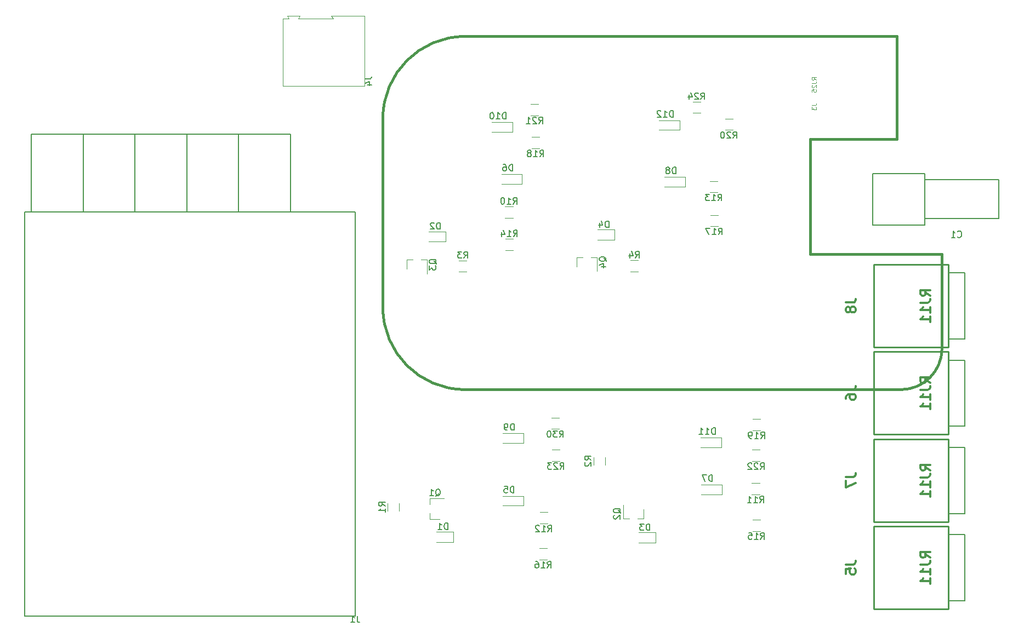
<source format=gbr>
G04 #@! TF.FileFunction,Legend,Bot*
%FSLAX46Y46*%
G04 Gerber Fmt 4.6, Leading zero omitted, Abs format (unit mm)*
G04 Created by KiCad (PCBNEW 4.0.4+e1-6308~48~ubuntu15.10.1-stable) date Thu Jul 12 11:54:00 2018*
%MOMM*%
%LPD*%
G01*
G04 APERTURE LIST*
%ADD10C,0.100000*%
%ADD11C,0.381000*%
%ADD12C,0.120000*%
%ADD13C,0.150000*%
%ADD14C,0.250000*%
%ADD15C,0.304800*%
G04 APERTURE END LIST*
D10*
D11*
X210157080Y-59842400D02*
X210157080Y-60223400D01*
X210157080Y-60223400D02*
X196822080Y-60223400D01*
X196822080Y-60223400D02*
X196822080Y-78003400D01*
X196822080Y-78003400D02*
X217142080Y-78003400D01*
X217142080Y-78003400D02*
X217142080Y-78384400D01*
X143482080Y-44348400D02*
X210157080Y-44348400D01*
X210157080Y-44348400D02*
X210157080Y-59842400D01*
X217142080Y-78384400D02*
X217142080Y-91338400D01*
X217142080Y-92608400D02*
X217142080Y-91338400D01*
X143482080Y-98958400D02*
X210792080Y-98958400D01*
X130782080Y-86258400D02*
X130782080Y-57048400D01*
X143482080Y-98958400D02*
G75*
G02X130782080Y-86258400I0J12700000D01*
G01*
X130782080Y-57048400D02*
G75*
G02X143482080Y-44348400I12700000J0D01*
G01*
X217142080Y-92608400D02*
G75*
G02X210792080Y-98958400I-6350000J0D01*
G01*
D12*
X127915200Y-51989500D02*
X115315200Y-51989500D01*
X115315200Y-51989500D02*
X115315200Y-41639500D01*
X115315200Y-41639500D02*
X116265200Y-41639500D01*
X116265200Y-41639500D02*
X116015200Y-41139500D01*
X116015200Y-41139500D02*
X117915200Y-41139500D01*
X117915200Y-41139500D02*
X117965200Y-41139500D01*
X117965200Y-41139500D02*
X117715200Y-41639500D01*
X117715200Y-41639500D02*
X123115200Y-41639500D01*
X123115200Y-41639500D02*
X122815200Y-41139500D01*
X122815200Y-41139500D02*
X127915200Y-41139500D01*
X127915200Y-41139500D02*
X127915200Y-51989500D01*
X138068780Y-118968640D02*
X138068780Y-118038640D01*
X138068780Y-115808640D02*
X138068780Y-116738640D01*
X138068780Y-115808640D02*
X140228780Y-115808640D01*
X138068780Y-118968640D02*
X139528780Y-118968640D01*
X171055000Y-118910000D02*
X170125000Y-118910000D01*
X167895000Y-118910000D02*
X168825000Y-118910000D01*
X167895000Y-118910000D02*
X167895000Y-116750000D01*
X171055000Y-118910000D02*
X171055000Y-117450000D01*
X134452240Y-78863920D02*
X135382240Y-78863920D01*
X137612240Y-78863920D02*
X136682240Y-78863920D01*
X137612240Y-78863920D02*
X137612240Y-81023920D01*
X134452240Y-78863920D02*
X134452240Y-80323920D01*
X160682820Y-78480380D02*
X161612820Y-78480380D01*
X163842820Y-78480380D02*
X162912820Y-78480380D01*
X163842820Y-78480380D02*
X163842820Y-80640380D01*
X160682820Y-78480380D02*
X160682820Y-79940380D01*
D13*
X84492000Y-59485000D02*
X84492000Y-71485000D01*
X92492000Y-71485000D02*
X92492000Y-59485000D01*
X100492000Y-59485000D02*
X100492000Y-71485000D01*
X108492000Y-71485000D02*
X108492000Y-59485000D01*
X76492000Y-59485000D02*
X116492000Y-59485000D01*
X116492000Y-59485000D02*
X116492000Y-71485000D01*
X76492000Y-71485000D02*
X76492000Y-59485000D01*
X126492000Y-133985000D02*
X75492000Y-133985000D01*
X75492000Y-133985000D02*
X75492000Y-71485000D01*
X75492000Y-71485000D02*
X126492000Y-71485000D01*
X126492000Y-71485000D02*
X126492000Y-133985000D01*
X214449800Y-72525500D02*
X225949800Y-72525500D01*
X225949800Y-72525500D02*
X225949800Y-72025500D01*
X214449800Y-66525500D02*
X225949800Y-66525500D01*
X225949800Y-66525500D02*
X225949800Y-72525500D01*
X206449800Y-65525500D02*
X214449800Y-65525500D01*
X214449800Y-65525500D02*
X214449800Y-73525500D01*
X214449800Y-73525500D02*
X206449800Y-73525500D01*
X206449800Y-65525500D02*
X206449800Y-73525500D01*
D12*
X141668300Y-120919340D02*
X141668300Y-122519340D01*
X141668300Y-122519340D02*
X139068300Y-122519340D01*
X141668300Y-120919340D02*
X139068300Y-120919340D01*
X140497360Y-74503380D02*
X140497360Y-76103380D01*
X140497360Y-76103380D02*
X137897360Y-76103380D01*
X140497360Y-74503380D02*
X137897360Y-74503380D01*
X172872200Y-121059040D02*
X172872200Y-122659040D01*
X172872200Y-122659040D02*
X170272200Y-122659040D01*
X172872200Y-121059040D02*
X170272200Y-121059040D01*
X166547600Y-74239220D02*
X166547600Y-75839220D01*
X166547600Y-75839220D02*
X163947600Y-75839220D01*
X166547600Y-74239220D02*
X163947600Y-74239220D01*
X149275000Y-116900000D02*
X152475000Y-116900000D01*
X152475000Y-115400000D02*
X149275000Y-115400000D01*
X152475000Y-115400000D02*
X152475000Y-116900000D01*
X149093680Y-67135440D02*
X152293680Y-67135440D01*
X152293680Y-65635440D02*
X149093680Y-65635440D01*
X152293680Y-65635440D02*
X152293680Y-67135440D01*
X179926740Y-115138900D02*
X183126740Y-115138900D01*
X183126740Y-113638900D02*
X179926740Y-113638900D01*
X183126740Y-113638900D02*
X183126740Y-115138900D01*
X174295560Y-67582480D02*
X177495560Y-67582480D01*
X177495560Y-66082480D02*
X174295560Y-66082480D01*
X177495560Y-66082480D02*
X177495560Y-67582480D01*
X149304500Y-107224260D02*
X152504500Y-107224260D01*
X152504500Y-105724260D02*
X149304500Y-105724260D01*
X152504500Y-105724260D02*
X152504500Y-107224260D01*
X147590000Y-59119200D02*
X150790000Y-59119200D01*
X150790000Y-57619200D02*
X147590000Y-57619200D01*
X150790000Y-57619200D02*
X150790000Y-59119200D01*
X179886100Y-107869420D02*
X183086100Y-107869420D01*
X183086100Y-106369420D02*
X179886100Y-106369420D01*
X183086100Y-106369420D02*
X183086100Y-107869420D01*
X173401480Y-58809320D02*
X176601480Y-58809320D01*
X176601480Y-57309320D02*
X173401480Y-57309320D01*
X176601480Y-57309320D02*
X176601480Y-58809320D01*
X149661320Y-72406400D02*
X150861320Y-72406400D01*
X150861320Y-70646400D02*
X149661320Y-70646400D01*
X188968940Y-113414920D02*
X187768940Y-113414920D01*
X187768940Y-115174920D02*
X188968940Y-115174920D01*
X156225800Y-117892940D02*
X155025800Y-117892940D01*
X155025800Y-119652940D02*
X156225800Y-119652940D01*
X182489400Y-66709400D02*
X181289400Y-66709400D01*
X181289400Y-68469400D02*
X182489400Y-68469400D01*
X149717200Y-77435600D02*
X150917200Y-77435600D01*
X150917200Y-75675600D02*
X149717200Y-75675600D01*
X189078160Y-119056260D02*
X187878160Y-119056260D01*
X187878160Y-120816260D02*
X189078160Y-120816260D01*
X156141980Y-123480940D02*
X154941980Y-123480940D01*
X154941980Y-125240940D02*
X156141980Y-125240940D01*
X182565600Y-71967200D02*
X181365600Y-71967200D01*
X181365600Y-73727200D02*
X182565600Y-73727200D01*
X154975000Y-59920000D02*
X153775000Y-59920000D01*
X153775000Y-61680000D02*
X154975000Y-61680000D01*
X189116260Y-103473360D02*
X187916260Y-103473360D01*
X187916260Y-105233360D02*
X189116260Y-105233360D01*
X184825000Y-57070000D02*
X183625000Y-57070000D01*
X183625000Y-58830000D02*
X184825000Y-58830000D01*
X154825000Y-54795000D02*
X153625000Y-54795000D01*
X153625000Y-56555000D02*
X154825000Y-56555000D01*
X189040060Y-108273960D02*
X187840060Y-108273960D01*
X187840060Y-110033960D02*
X189040060Y-110033960D01*
X158100000Y-108220000D02*
X156900000Y-108220000D01*
X156900000Y-109980000D02*
X158100000Y-109980000D01*
X178650000Y-56205000D02*
X179850000Y-56205000D01*
X179850000Y-54445000D02*
X178650000Y-54445000D01*
X133259720Y-117724480D02*
X133259720Y-116524480D01*
X131499720Y-116524480D02*
X131499720Y-117724480D01*
X165083380Y-110599780D02*
X165083380Y-109399780D01*
X163323380Y-109399780D02*
X163323380Y-110599780D01*
X142536620Y-80760460D02*
X143736620Y-80760460D01*
X143736620Y-79000460D02*
X142536620Y-79000460D01*
X169021200Y-80712200D02*
X170221200Y-80712200D01*
X170221200Y-78952200D02*
X169021200Y-78952200D01*
X158029200Y-103295560D02*
X156829200Y-103295560D01*
X156829200Y-105055560D02*
X158029200Y-105055560D01*
D13*
X220626480Y-80900000D02*
X220626480Y-91100000D01*
X218126480Y-91100000D02*
X220626480Y-91100000D01*
X218126480Y-80900000D02*
X220626480Y-80900000D01*
D14*
X206626480Y-92400000D02*
X218126480Y-92400000D01*
X206626480Y-79600000D02*
X218126480Y-79600000D01*
X206626480Y-79600000D02*
X206626480Y-92400000D01*
X218126480Y-79600000D02*
X218126480Y-92400000D01*
D13*
X220626480Y-94400000D02*
X220626480Y-104600000D01*
X218126480Y-104600000D02*
X220626480Y-104600000D01*
X218126480Y-94400000D02*
X220626480Y-94400000D01*
D14*
X206626480Y-105900000D02*
X218126480Y-105900000D01*
X206626480Y-93100000D02*
X218126480Y-93100000D01*
X206626480Y-93100000D02*
X206626480Y-105900000D01*
X218126480Y-93100000D02*
X218126480Y-105900000D01*
D13*
X220626480Y-107900000D02*
X220626480Y-118100000D01*
X218126480Y-118100000D02*
X220626480Y-118100000D01*
X218126480Y-107900000D02*
X220626480Y-107900000D01*
D14*
X206626480Y-119400000D02*
X218126480Y-119400000D01*
X206626480Y-106600000D02*
X218126480Y-106600000D01*
X206626480Y-106600000D02*
X206626480Y-119400000D01*
X218126480Y-106600000D02*
X218126480Y-119400000D01*
D13*
X220626480Y-121400000D02*
X220626480Y-131600000D01*
X218126480Y-131600000D02*
X220626480Y-131600000D01*
X218126480Y-121400000D02*
X220626480Y-121400000D01*
D14*
X206626480Y-132900000D02*
X218126480Y-132900000D01*
X206626480Y-120100000D02*
X218126480Y-120100000D01*
X206626480Y-120100000D02*
X206626480Y-132900000D01*
X218126480Y-120100000D02*
X218126480Y-132900000D01*
D13*
X128057581Y-50926167D02*
X128771867Y-50926167D01*
X128914724Y-50878547D01*
X129009962Y-50783309D01*
X129057581Y-50640452D01*
X129057581Y-50545214D01*
X128390914Y-51830929D02*
X129057581Y-51830929D01*
X128009962Y-51592833D02*
X128724248Y-51354738D01*
X128724248Y-51973786D01*
X138924018Y-115436259D02*
X139019256Y-115388640D01*
X139114494Y-115293402D01*
X139257351Y-115150545D01*
X139352590Y-115102926D01*
X139447828Y-115102926D01*
X139400209Y-115341021D02*
X139495447Y-115293402D01*
X139590685Y-115198164D01*
X139638304Y-115007688D01*
X139638304Y-114674354D01*
X139590685Y-114483878D01*
X139495447Y-114388640D01*
X139400209Y-114341021D01*
X139209732Y-114341021D01*
X139114494Y-114388640D01*
X139019256Y-114483878D01*
X138971637Y-114674354D01*
X138971637Y-115007688D01*
X139019256Y-115198164D01*
X139114494Y-115293402D01*
X139209732Y-115341021D01*
X139400209Y-115341021D01*
X138019256Y-115341021D02*
X138590685Y-115341021D01*
X138304971Y-115341021D02*
X138304971Y-114341021D01*
X138400209Y-114483878D01*
X138495447Y-114579116D01*
X138590685Y-114626735D01*
X167522619Y-118054762D02*
X167475000Y-117959524D01*
X167379762Y-117864286D01*
X167236905Y-117721429D01*
X167189286Y-117626190D01*
X167189286Y-117530952D01*
X167427381Y-117578571D02*
X167379762Y-117483333D01*
X167284524Y-117388095D01*
X167094048Y-117340476D01*
X166760714Y-117340476D01*
X166570238Y-117388095D01*
X166475000Y-117483333D01*
X166427381Y-117578571D01*
X166427381Y-117769048D01*
X166475000Y-117864286D01*
X166570238Y-117959524D01*
X166760714Y-118007143D01*
X167094048Y-118007143D01*
X167284524Y-117959524D01*
X167379762Y-117864286D01*
X167427381Y-117769048D01*
X167427381Y-117578571D01*
X166522619Y-118388095D02*
X166475000Y-118435714D01*
X166427381Y-118530952D01*
X166427381Y-118769048D01*
X166475000Y-118864286D01*
X166522619Y-118911905D01*
X166617857Y-118959524D01*
X166713095Y-118959524D01*
X166855952Y-118911905D01*
X167427381Y-118340476D01*
X167427381Y-118959524D01*
X139079859Y-79528682D02*
X139032240Y-79433444D01*
X138937002Y-79338206D01*
X138794145Y-79195349D01*
X138746526Y-79100110D01*
X138746526Y-79004872D01*
X138984621Y-79052491D02*
X138937002Y-78957253D01*
X138841764Y-78862015D01*
X138651288Y-78814396D01*
X138317954Y-78814396D01*
X138127478Y-78862015D01*
X138032240Y-78957253D01*
X137984621Y-79052491D01*
X137984621Y-79242968D01*
X138032240Y-79338206D01*
X138127478Y-79433444D01*
X138317954Y-79481063D01*
X138651288Y-79481063D01*
X138841764Y-79433444D01*
X138937002Y-79338206D01*
X138984621Y-79242968D01*
X138984621Y-79052491D01*
X137984621Y-79814396D02*
X137984621Y-80433444D01*
X138365573Y-80100110D01*
X138365573Y-80242968D01*
X138413192Y-80338206D01*
X138460811Y-80385825D01*
X138556050Y-80433444D01*
X138794145Y-80433444D01*
X138889383Y-80385825D01*
X138937002Y-80338206D01*
X138984621Y-80242968D01*
X138984621Y-79957253D01*
X138937002Y-79862015D01*
X138889383Y-79814396D01*
X165310439Y-79145142D02*
X165262820Y-79049904D01*
X165167582Y-78954666D01*
X165024725Y-78811809D01*
X164977106Y-78716570D01*
X164977106Y-78621332D01*
X165215201Y-78668951D02*
X165167582Y-78573713D01*
X165072344Y-78478475D01*
X164881868Y-78430856D01*
X164548534Y-78430856D01*
X164358058Y-78478475D01*
X164262820Y-78573713D01*
X164215201Y-78668951D01*
X164215201Y-78859428D01*
X164262820Y-78954666D01*
X164358058Y-79049904D01*
X164548534Y-79097523D01*
X164881868Y-79097523D01*
X165072344Y-79049904D01*
X165167582Y-78954666D01*
X165215201Y-78859428D01*
X165215201Y-78668951D01*
X164548534Y-79954666D02*
X165215201Y-79954666D01*
X164167582Y-79716570D02*
X164881868Y-79478475D01*
X164881868Y-80097523D01*
X126825333Y-133937381D02*
X126825333Y-134651667D01*
X126872953Y-134794524D01*
X126968191Y-134889762D01*
X127111048Y-134937381D01*
X127206286Y-134937381D01*
X125825333Y-134937381D02*
X126396762Y-134937381D01*
X126111048Y-134937381D02*
X126111048Y-133937381D01*
X126206286Y-134080238D01*
X126301524Y-134175476D01*
X126396762Y-134223095D01*
D10*
X197023147Y-54985907D02*
X197523147Y-54985907D01*
X197623147Y-54952573D01*
X197689813Y-54885907D01*
X197723147Y-54785907D01*
X197723147Y-54719240D01*
X197023147Y-55252573D02*
X197023147Y-55685906D01*
X197289813Y-55452573D01*
X197289813Y-55552573D01*
X197323147Y-55619240D01*
X197356480Y-55652573D01*
X197423147Y-55685906D01*
X197589813Y-55685906D01*
X197656480Y-55652573D01*
X197689813Y-55619240D01*
X197723147Y-55552573D01*
X197723147Y-55352573D01*
X197689813Y-55285906D01*
X197656480Y-55252573D01*
X197733147Y-51092574D02*
X197399813Y-50859240D01*
X197733147Y-50692574D02*
X197033147Y-50692574D01*
X197033147Y-50959240D01*
X197066480Y-51025907D01*
X197099813Y-51059240D01*
X197166480Y-51092574D01*
X197266480Y-51092574D01*
X197333147Y-51059240D01*
X197366480Y-51025907D01*
X197399813Y-50959240D01*
X197399813Y-50692574D01*
X197033147Y-51592574D02*
X197533147Y-51592574D01*
X197633147Y-51559240D01*
X197699813Y-51492574D01*
X197733147Y-51392574D01*
X197733147Y-51325907D01*
X197099813Y-51892573D02*
X197066480Y-51925907D01*
X197033147Y-51992573D01*
X197033147Y-52159240D01*
X197066480Y-52225907D01*
X197099813Y-52259240D01*
X197166480Y-52292573D01*
X197233147Y-52292573D01*
X197333147Y-52259240D01*
X197733147Y-51859240D01*
X197733147Y-52292573D01*
X197033147Y-52925907D02*
X197033147Y-52592574D01*
X197366480Y-52559240D01*
X197333147Y-52592574D01*
X197299813Y-52659240D01*
X197299813Y-52825907D01*
X197333147Y-52892574D01*
X197366480Y-52925907D01*
X197433147Y-52959240D01*
X197599813Y-52959240D01*
X197666480Y-52925907D01*
X197699813Y-52892574D01*
X197733147Y-52825907D01*
X197733147Y-52659240D01*
X197699813Y-52592574D01*
X197666480Y-52559240D01*
D13*
X219546466Y-75342643D02*
X219594085Y-75390262D01*
X219736942Y-75437881D01*
X219832180Y-75437881D01*
X219975038Y-75390262D01*
X220070276Y-75295024D01*
X220117895Y-75199786D01*
X220165514Y-75009310D01*
X220165514Y-74866452D01*
X220117895Y-74675976D01*
X220070276Y-74580738D01*
X219975038Y-74485500D01*
X219832180Y-74437881D01*
X219736942Y-74437881D01*
X219594085Y-74485500D01*
X219546466Y-74533119D01*
X218594085Y-75437881D02*
X219165514Y-75437881D01*
X218879800Y-75437881D02*
X218879800Y-74437881D01*
X218975038Y-74580738D01*
X219070276Y-74675976D01*
X219165514Y-74723595D01*
X140806395Y-120571721D02*
X140806395Y-119571721D01*
X140568300Y-119571721D01*
X140425442Y-119619340D01*
X140330204Y-119714578D01*
X140282585Y-119809816D01*
X140234966Y-120000292D01*
X140234966Y-120143150D01*
X140282585Y-120333626D01*
X140330204Y-120428864D01*
X140425442Y-120524102D01*
X140568300Y-120571721D01*
X140806395Y-120571721D01*
X139282585Y-120571721D02*
X139854014Y-120571721D01*
X139568300Y-120571721D02*
X139568300Y-119571721D01*
X139663538Y-119714578D01*
X139758776Y-119809816D01*
X139854014Y-119857435D01*
X139635455Y-74155761D02*
X139635455Y-73155761D01*
X139397360Y-73155761D01*
X139254502Y-73203380D01*
X139159264Y-73298618D01*
X139111645Y-73393856D01*
X139064026Y-73584332D01*
X139064026Y-73727190D01*
X139111645Y-73917666D01*
X139159264Y-74012904D01*
X139254502Y-74108142D01*
X139397360Y-74155761D01*
X139635455Y-74155761D01*
X138683074Y-73250999D02*
X138635455Y-73203380D01*
X138540217Y-73155761D01*
X138302121Y-73155761D01*
X138206883Y-73203380D01*
X138159264Y-73250999D01*
X138111645Y-73346237D01*
X138111645Y-73441475D01*
X138159264Y-73584332D01*
X138730693Y-74155761D01*
X138111645Y-74155761D01*
X172010295Y-120711421D02*
X172010295Y-119711421D01*
X171772200Y-119711421D01*
X171629342Y-119759040D01*
X171534104Y-119854278D01*
X171486485Y-119949516D01*
X171438866Y-120139992D01*
X171438866Y-120282850D01*
X171486485Y-120473326D01*
X171534104Y-120568564D01*
X171629342Y-120663802D01*
X171772200Y-120711421D01*
X172010295Y-120711421D01*
X171105533Y-119711421D02*
X170486485Y-119711421D01*
X170819819Y-120092373D01*
X170676961Y-120092373D01*
X170581723Y-120139992D01*
X170534104Y-120187611D01*
X170486485Y-120282850D01*
X170486485Y-120520945D01*
X170534104Y-120616183D01*
X170581723Y-120663802D01*
X170676961Y-120711421D01*
X170962676Y-120711421D01*
X171057914Y-120663802D01*
X171105533Y-120616183D01*
X165685695Y-73891601D02*
X165685695Y-72891601D01*
X165447600Y-72891601D01*
X165304742Y-72939220D01*
X165209504Y-73034458D01*
X165161885Y-73129696D01*
X165114266Y-73320172D01*
X165114266Y-73463030D01*
X165161885Y-73653506D01*
X165209504Y-73748744D01*
X165304742Y-73843982D01*
X165447600Y-73891601D01*
X165685695Y-73891601D01*
X164257123Y-73224934D02*
X164257123Y-73891601D01*
X164495219Y-72843982D02*
X164733314Y-73558268D01*
X164114266Y-73558268D01*
X151013095Y-114902381D02*
X151013095Y-113902381D01*
X150775000Y-113902381D01*
X150632142Y-113950000D01*
X150536904Y-114045238D01*
X150489285Y-114140476D01*
X150441666Y-114330952D01*
X150441666Y-114473810D01*
X150489285Y-114664286D01*
X150536904Y-114759524D01*
X150632142Y-114854762D01*
X150775000Y-114902381D01*
X151013095Y-114902381D01*
X149536904Y-113902381D02*
X150013095Y-113902381D01*
X150060714Y-114378571D01*
X150013095Y-114330952D01*
X149917857Y-114283333D01*
X149679761Y-114283333D01*
X149584523Y-114330952D01*
X149536904Y-114378571D01*
X149489285Y-114473810D01*
X149489285Y-114711905D01*
X149536904Y-114807143D01*
X149584523Y-114854762D01*
X149679761Y-114902381D01*
X149917857Y-114902381D01*
X150013095Y-114854762D01*
X150060714Y-114807143D01*
X150831775Y-65137821D02*
X150831775Y-64137821D01*
X150593680Y-64137821D01*
X150450822Y-64185440D01*
X150355584Y-64280678D01*
X150307965Y-64375916D01*
X150260346Y-64566392D01*
X150260346Y-64709250D01*
X150307965Y-64899726D01*
X150355584Y-64994964D01*
X150450822Y-65090202D01*
X150593680Y-65137821D01*
X150831775Y-65137821D01*
X149403203Y-64137821D02*
X149593680Y-64137821D01*
X149688918Y-64185440D01*
X149736537Y-64233059D01*
X149831775Y-64375916D01*
X149879394Y-64566392D01*
X149879394Y-64947345D01*
X149831775Y-65042583D01*
X149784156Y-65090202D01*
X149688918Y-65137821D01*
X149498441Y-65137821D01*
X149403203Y-65090202D01*
X149355584Y-65042583D01*
X149307965Y-64947345D01*
X149307965Y-64709250D01*
X149355584Y-64614011D01*
X149403203Y-64566392D01*
X149498441Y-64518773D01*
X149688918Y-64518773D01*
X149784156Y-64566392D01*
X149831775Y-64614011D01*
X149879394Y-64709250D01*
X181664835Y-113141281D02*
X181664835Y-112141281D01*
X181426740Y-112141281D01*
X181283882Y-112188900D01*
X181188644Y-112284138D01*
X181141025Y-112379376D01*
X181093406Y-112569852D01*
X181093406Y-112712710D01*
X181141025Y-112903186D01*
X181188644Y-112998424D01*
X181283882Y-113093662D01*
X181426740Y-113141281D01*
X181664835Y-113141281D01*
X180760073Y-112141281D02*
X180093406Y-112141281D01*
X180521978Y-113141281D01*
X176033655Y-65584861D02*
X176033655Y-64584861D01*
X175795560Y-64584861D01*
X175652702Y-64632480D01*
X175557464Y-64727718D01*
X175509845Y-64822956D01*
X175462226Y-65013432D01*
X175462226Y-65156290D01*
X175509845Y-65346766D01*
X175557464Y-65442004D01*
X175652702Y-65537242D01*
X175795560Y-65584861D01*
X176033655Y-65584861D01*
X174890798Y-65013432D02*
X174986036Y-64965813D01*
X175033655Y-64918194D01*
X175081274Y-64822956D01*
X175081274Y-64775337D01*
X175033655Y-64680099D01*
X174986036Y-64632480D01*
X174890798Y-64584861D01*
X174700321Y-64584861D01*
X174605083Y-64632480D01*
X174557464Y-64680099D01*
X174509845Y-64775337D01*
X174509845Y-64822956D01*
X174557464Y-64918194D01*
X174605083Y-64965813D01*
X174700321Y-65013432D01*
X174890798Y-65013432D01*
X174986036Y-65061051D01*
X175033655Y-65108670D01*
X175081274Y-65203909D01*
X175081274Y-65394385D01*
X175033655Y-65489623D01*
X174986036Y-65537242D01*
X174890798Y-65584861D01*
X174700321Y-65584861D01*
X174605083Y-65537242D01*
X174557464Y-65489623D01*
X174509845Y-65394385D01*
X174509845Y-65203909D01*
X174557464Y-65108670D01*
X174605083Y-65061051D01*
X174700321Y-65013432D01*
X151042595Y-105226641D02*
X151042595Y-104226641D01*
X150804500Y-104226641D01*
X150661642Y-104274260D01*
X150566404Y-104369498D01*
X150518785Y-104464736D01*
X150471166Y-104655212D01*
X150471166Y-104798070D01*
X150518785Y-104988546D01*
X150566404Y-105083784D01*
X150661642Y-105179022D01*
X150804500Y-105226641D01*
X151042595Y-105226641D01*
X149994976Y-105226641D02*
X149804500Y-105226641D01*
X149709261Y-105179022D01*
X149661642Y-105131403D01*
X149566404Y-104988546D01*
X149518785Y-104798070D01*
X149518785Y-104417117D01*
X149566404Y-104321879D01*
X149614023Y-104274260D01*
X149709261Y-104226641D01*
X149899738Y-104226641D01*
X149994976Y-104274260D01*
X150042595Y-104321879D01*
X150090214Y-104417117D01*
X150090214Y-104655212D01*
X150042595Y-104750450D01*
X149994976Y-104798070D01*
X149899738Y-104845689D01*
X149709261Y-104845689D01*
X149614023Y-104798070D01*
X149566404Y-104750450D01*
X149518785Y-104655212D01*
X149804286Y-57121581D02*
X149804286Y-56121581D01*
X149566191Y-56121581D01*
X149423333Y-56169200D01*
X149328095Y-56264438D01*
X149280476Y-56359676D01*
X149232857Y-56550152D01*
X149232857Y-56693010D01*
X149280476Y-56883486D01*
X149328095Y-56978724D01*
X149423333Y-57073962D01*
X149566191Y-57121581D01*
X149804286Y-57121581D01*
X148280476Y-57121581D02*
X148851905Y-57121581D01*
X148566191Y-57121581D02*
X148566191Y-56121581D01*
X148661429Y-56264438D01*
X148756667Y-56359676D01*
X148851905Y-56407295D01*
X147661429Y-56121581D02*
X147566190Y-56121581D01*
X147470952Y-56169200D01*
X147423333Y-56216819D01*
X147375714Y-56312057D01*
X147328095Y-56502533D01*
X147328095Y-56740629D01*
X147375714Y-56931105D01*
X147423333Y-57026343D01*
X147470952Y-57073962D01*
X147566190Y-57121581D01*
X147661429Y-57121581D01*
X147756667Y-57073962D01*
X147804286Y-57026343D01*
X147851905Y-56931105D01*
X147899524Y-56740629D01*
X147899524Y-56502533D01*
X147851905Y-56312057D01*
X147804286Y-56216819D01*
X147756667Y-56169200D01*
X147661429Y-56121581D01*
X182100386Y-105871801D02*
X182100386Y-104871801D01*
X181862291Y-104871801D01*
X181719433Y-104919420D01*
X181624195Y-105014658D01*
X181576576Y-105109896D01*
X181528957Y-105300372D01*
X181528957Y-105443230D01*
X181576576Y-105633706D01*
X181624195Y-105728944D01*
X181719433Y-105824182D01*
X181862291Y-105871801D01*
X182100386Y-105871801D01*
X180576576Y-105871801D02*
X181148005Y-105871801D01*
X180862291Y-105871801D02*
X180862291Y-104871801D01*
X180957529Y-105014658D01*
X181052767Y-105109896D01*
X181148005Y-105157515D01*
X179624195Y-105871801D02*
X180195624Y-105871801D01*
X179909910Y-105871801D02*
X179909910Y-104871801D01*
X180005148Y-105014658D01*
X180100386Y-105109896D01*
X180195624Y-105157515D01*
X175615766Y-56811701D02*
X175615766Y-55811701D01*
X175377671Y-55811701D01*
X175234813Y-55859320D01*
X175139575Y-55954558D01*
X175091956Y-56049796D01*
X175044337Y-56240272D01*
X175044337Y-56383130D01*
X175091956Y-56573606D01*
X175139575Y-56668844D01*
X175234813Y-56764082D01*
X175377671Y-56811701D01*
X175615766Y-56811701D01*
X174091956Y-56811701D02*
X174663385Y-56811701D01*
X174377671Y-56811701D02*
X174377671Y-55811701D01*
X174472909Y-55954558D01*
X174568147Y-56049796D01*
X174663385Y-56097415D01*
X173711004Y-55906939D02*
X173663385Y-55859320D01*
X173568147Y-55811701D01*
X173330051Y-55811701D01*
X173234813Y-55859320D01*
X173187194Y-55906939D01*
X173139575Y-56002177D01*
X173139575Y-56097415D01*
X173187194Y-56240272D01*
X173758623Y-56811701D01*
X173139575Y-56811701D01*
X150904177Y-70278781D02*
X151237511Y-69802590D01*
X151475606Y-70278781D02*
X151475606Y-69278781D01*
X151094653Y-69278781D01*
X150999415Y-69326400D01*
X150951796Y-69374019D01*
X150904177Y-69469257D01*
X150904177Y-69612114D01*
X150951796Y-69707352D01*
X150999415Y-69754971D01*
X151094653Y-69802590D01*
X151475606Y-69802590D01*
X149951796Y-70278781D02*
X150523225Y-70278781D01*
X150237511Y-70278781D02*
X150237511Y-69278781D01*
X150332749Y-69421638D01*
X150427987Y-69516876D01*
X150523225Y-69564495D01*
X149332749Y-69278781D02*
X149237510Y-69278781D01*
X149142272Y-69326400D01*
X149094653Y-69374019D01*
X149047034Y-69469257D01*
X148999415Y-69659733D01*
X148999415Y-69897829D01*
X149047034Y-70088305D01*
X149094653Y-70183543D01*
X149142272Y-70231162D01*
X149237510Y-70278781D01*
X149332749Y-70278781D01*
X149427987Y-70231162D01*
X149475606Y-70183543D01*
X149523225Y-70088305D01*
X149570844Y-69897829D01*
X149570844Y-69659733D01*
X149523225Y-69469257D01*
X149475606Y-69374019D01*
X149427987Y-69326400D01*
X149332749Y-69278781D01*
X189011797Y-116447301D02*
X189345131Y-115971110D01*
X189583226Y-116447301D02*
X189583226Y-115447301D01*
X189202273Y-115447301D01*
X189107035Y-115494920D01*
X189059416Y-115542539D01*
X189011797Y-115637777D01*
X189011797Y-115780634D01*
X189059416Y-115875872D01*
X189107035Y-115923491D01*
X189202273Y-115971110D01*
X189583226Y-115971110D01*
X188059416Y-116447301D02*
X188630845Y-116447301D01*
X188345131Y-116447301D02*
X188345131Y-115447301D01*
X188440369Y-115590158D01*
X188535607Y-115685396D01*
X188630845Y-115733015D01*
X187107035Y-116447301D02*
X187678464Y-116447301D01*
X187392750Y-116447301D02*
X187392750Y-115447301D01*
X187487988Y-115590158D01*
X187583226Y-115685396D01*
X187678464Y-115733015D01*
X156268657Y-120925321D02*
X156601991Y-120449130D01*
X156840086Y-120925321D02*
X156840086Y-119925321D01*
X156459133Y-119925321D01*
X156363895Y-119972940D01*
X156316276Y-120020559D01*
X156268657Y-120115797D01*
X156268657Y-120258654D01*
X156316276Y-120353892D01*
X156363895Y-120401511D01*
X156459133Y-120449130D01*
X156840086Y-120449130D01*
X155316276Y-120925321D02*
X155887705Y-120925321D01*
X155601991Y-120925321D02*
X155601991Y-119925321D01*
X155697229Y-120068178D01*
X155792467Y-120163416D01*
X155887705Y-120211035D01*
X154935324Y-120020559D02*
X154887705Y-119972940D01*
X154792467Y-119925321D01*
X154554371Y-119925321D01*
X154459133Y-119972940D01*
X154411514Y-120020559D01*
X154363895Y-120115797D01*
X154363895Y-120211035D01*
X154411514Y-120353892D01*
X154982943Y-120925321D01*
X154363895Y-120925321D01*
X182532257Y-69741781D02*
X182865591Y-69265590D01*
X183103686Y-69741781D02*
X183103686Y-68741781D01*
X182722733Y-68741781D01*
X182627495Y-68789400D01*
X182579876Y-68837019D01*
X182532257Y-68932257D01*
X182532257Y-69075114D01*
X182579876Y-69170352D01*
X182627495Y-69217971D01*
X182722733Y-69265590D01*
X183103686Y-69265590D01*
X181579876Y-69741781D02*
X182151305Y-69741781D01*
X181865591Y-69741781D02*
X181865591Y-68741781D01*
X181960829Y-68884638D01*
X182056067Y-68979876D01*
X182151305Y-69027495D01*
X181246543Y-68741781D02*
X180627495Y-68741781D01*
X180960829Y-69122733D01*
X180817971Y-69122733D01*
X180722733Y-69170352D01*
X180675114Y-69217971D01*
X180627495Y-69313210D01*
X180627495Y-69551305D01*
X180675114Y-69646543D01*
X180722733Y-69694162D01*
X180817971Y-69741781D01*
X181103686Y-69741781D01*
X181198924Y-69694162D01*
X181246543Y-69646543D01*
X150960057Y-75307981D02*
X151293391Y-74831790D01*
X151531486Y-75307981D02*
X151531486Y-74307981D01*
X151150533Y-74307981D01*
X151055295Y-74355600D01*
X151007676Y-74403219D01*
X150960057Y-74498457D01*
X150960057Y-74641314D01*
X151007676Y-74736552D01*
X151055295Y-74784171D01*
X151150533Y-74831790D01*
X151531486Y-74831790D01*
X150007676Y-75307981D02*
X150579105Y-75307981D01*
X150293391Y-75307981D02*
X150293391Y-74307981D01*
X150388629Y-74450838D01*
X150483867Y-74546076D01*
X150579105Y-74593695D01*
X149150533Y-74641314D02*
X149150533Y-75307981D01*
X149388629Y-74260362D02*
X149626724Y-74974648D01*
X149007676Y-74974648D01*
X189121017Y-122088641D02*
X189454351Y-121612450D01*
X189692446Y-122088641D02*
X189692446Y-121088641D01*
X189311493Y-121088641D01*
X189216255Y-121136260D01*
X189168636Y-121183879D01*
X189121017Y-121279117D01*
X189121017Y-121421974D01*
X189168636Y-121517212D01*
X189216255Y-121564831D01*
X189311493Y-121612450D01*
X189692446Y-121612450D01*
X188168636Y-122088641D02*
X188740065Y-122088641D01*
X188454351Y-122088641D02*
X188454351Y-121088641D01*
X188549589Y-121231498D01*
X188644827Y-121326736D01*
X188740065Y-121374355D01*
X187263874Y-121088641D02*
X187740065Y-121088641D01*
X187787684Y-121564831D01*
X187740065Y-121517212D01*
X187644827Y-121469593D01*
X187406731Y-121469593D01*
X187311493Y-121517212D01*
X187263874Y-121564831D01*
X187216255Y-121660070D01*
X187216255Y-121898165D01*
X187263874Y-121993403D01*
X187311493Y-122041022D01*
X187406731Y-122088641D01*
X187644827Y-122088641D01*
X187740065Y-122041022D01*
X187787684Y-121993403D01*
X156184837Y-126513321D02*
X156518171Y-126037130D01*
X156756266Y-126513321D02*
X156756266Y-125513321D01*
X156375313Y-125513321D01*
X156280075Y-125560940D01*
X156232456Y-125608559D01*
X156184837Y-125703797D01*
X156184837Y-125846654D01*
X156232456Y-125941892D01*
X156280075Y-125989511D01*
X156375313Y-126037130D01*
X156756266Y-126037130D01*
X155232456Y-126513321D02*
X155803885Y-126513321D01*
X155518171Y-126513321D02*
X155518171Y-125513321D01*
X155613409Y-125656178D01*
X155708647Y-125751416D01*
X155803885Y-125799035D01*
X154375313Y-125513321D02*
X154565790Y-125513321D01*
X154661028Y-125560940D01*
X154708647Y-125608559D01*
X154803885Y-125751416D01*
X154851504Y-125941892D01*
X154851504Y-126322845D01*
X154803885Y-126418083D01*
X154756266Y-126465702D01*
X154661028Y-126513321D01*
X154470551Y-126513321D01*
X154375313Y-126465702D01*
X154327694Y-126418083D01*
X154280075Y-126322845D01*
X154280075Y-126084750D01*
X154327694Y-125989511D01*
X154375313Y-125941892D01*
X154470551Y-125894273D01*
X154661028Y-125894273D01*
X154756266Y-125941892D01*
X154803885Y-125989511D01*
X154851504Y-126084750D01*
X182608457Y-74999581D02*
X182941791Y-74523390D01*
X183179886Y-74999581D02*
X183179886Y-73999581D01*
X182798933Y-73999581D01*
X182703695Y-74047200D01*
X182656076Y-74094819D01*
X182608457Y-74190057D01*
X182608457Y-74332914D01*
X182656076Y-74428152D01*
X182703695Y-74475771D01*
X182798933Y-74523390D01*
X183179886Y-74523390D01*
X181656076Y-74999581D02*
X182227505Y-74999581D01*
X181941791Y-74999581D02*
X181941791Y-73999581D01*
X182037029Y-74142438D01*
X182132267Y-74237676D01*
X182227505Y-74285295D01*
X181322743Y-73999581D02*
X180656076Y-73999581D01*
X181084648Y-74999581D01*
X155017857Y-62952381D02*
X155351191Y-62476190D01*
X155589286Y-62952381D02*
X155589286Y-61952381D01*
X155208333Y-61952381D01*
X155113095Y-62000000D01*
X155065476Y-62047619D01*
X155017857Y-62142857D01*
X155017857Y-62285714D01*
X155065476Y-62380952D01*
X155113095Y-62428571D01*
X155208333Y-62476190D01*
X155589286Y-62476190D01*
X154065476Y-62952381D02*
X154636905Y-62952381D01*
X154351191Y-62952381D02*
X154351191Y-61952381D01*
X154446429Y-62095238D01*
X154541667Y-62190476D01*
X154636905Y-62238095D01*
X153494048Y-62380952D02*
X153589286Y-62333333D01*
X153636905Y-62285714D01*
X153684524Y-62190476D01*
X153684524Y-62142857D01*
X153636905Y-62047619D01*
X153589286Y-62000000D01*
X153494048Y-61952381D01*
X153303571Y-61952381D01*
X153208333Y-62000000D01*
X153160714Y-62047619D01*
X153113095Y-62142857D01*
X153113095Y-62190476D01*
X153160714Y-62285714D01*
X153208333Y-62333333D01*
X153303571Y-62380952D01*
X153494048Y-62380952D01*
X153589286Y-62428571D01*
X153636905Y-62476190D01*
X153684524Y-62571429D01*
X153684524Y-62761905D01*
X153636905Y-62857143D01*
X153589286Y-62904762D01*
X153494048Y-62952381D01*
X153303571Y-62952381D01*
X153208333Y-62904762D01*
X153160714Y-62857143D01*
X153113095Y-62761905D01*
X153113095Y-62571429D01*
X153160714Y-62476190D01*
X153208333Y-62428571D01*
X153303571Y-62380952D01*
X189159117Y-106505741D02*
X189492451Y-106029550D01*
X189730546Y-106505741D02*
X189730546Y-105505741D01*
X189349593Y-105505741D01*
X189254355Y-105553360D01*
X189206736Y-105600979D01*
X189159117Y-105696217D01*
X189159117Y-105839074D01*
X189206736Y-105934312D01*
X189254355Y-105981931D01*
X189349593Y-106029550D01*
X189730546Y-106029550D01*
X188206736Y-106505741D02*
X188778165Y-106505741D01*
X188492451Y-106505741D02*
X188492451Y-105505741D01*
X188587689Y-105648598D01*
X188682927Y-105743836D01*
X188778165Y-105791455D01*
X187730546Y-106505741D02*
X187540070Y-106505741D01*
X187444831Y-106458122D01*
X187397212Y-106410503D01*
X187301974Y-106267646D01*
X187254355Y-106077170D01*
X187254355Y-105696217D01*
X187301974Y-105600979D01*
X187349593Y-105553360D01*
X187444831Y-105505741D01*
X187635308Y-105505741D01*
X187730546Y-105553360D01*
X187778165Y-105600979D01*
X187825784Y-105696217D01*
X187825784Y-105934312D01*
X187778165Y-106029550D01*
X187730546Y-106077170D01*
X187635308Y-106124789D01*
X187444831Y-106124789D01*
X187349593Y-106077170D01*
X187301974Y-106029550D01*
X187254355Y-105934312D01*
X184867857Y-60102381D02*
X185201191Y-59626190D01*
X185439286Y-60102381D02*
X185439286Y-59102381D01*
X185058333Y-59102381D01*
X184963095Y-59150000D01*
X184915476Y-59197619D01*
X184867857Y-59292857D01*
X184867857Y-59435714D01*
X184915476Y-59530952D01*
X184963095Y-59578571D01*
X185058333Y-59626190D01*
X185439286Y-59626190D01*
X184486905Y-59197619D02*
X184439286Y-59150000D01*
X184344048Y-59102381D01*
X184105952Y-59102381D01*
X184010714Y-59150000D01*
X183963095Y-59197619D01*
X183915476Y-59292857D01*
X183915476Y-59388095D01*
X183963095Y-59530952D01*
X184534524Y-60102381D01*
X183915476Y-60102381D01*
X183296429Y-59102381D02*
X183201190Y-59102381D01*
X183105952Y-59150000D01*
X183058333Y-59197619D01*
X183010714Y-59292857D01*
X182963095Y-59483333D01*
X182963095Y-59721429D01*
X183010714Y-59911905D01*
X183058333Y-60007143D01*
X183105952Y-60054762D01*
X183201190Y-60102381D01*
X183296429Y-60102381D01*
X183391667Y-60054762D01*
X183439286Y-60007143D01*
X183486905Y-59911905D01*
X183534524Y-59721429D01*
X183534524Y-59483333D01*
X183486905Y-59292857D01*
X183439286Y-59197619D01*
X183391667Y-59150000D01*
X183296429Y-59102381D01*
X154867857Y-57827381D02*
X155201191Y-57351190D01*
X155439286Y-57827381D02*
X155439286Y-56827381D01*
X155058333Y-56827381D01*
X154963095Y-56875000D01*
X154915476Y-56922619D01*
X154867857Y-57017857D01*
X154867857Y-57160714D01*
X154915476Y-57255952D01*
X154963095Y-57303571D01*
X155058333Y-57351190D01*
X155439286Y-57351190D01*
X154486905Y-56922619D02*
X154439286Y-56875000D01*
X154344048Y-56827381D01*
X154105952Y-56827381D01*
X154010714Y-56875000D01*
X153963095Y-56922619D01*
X153915476Y-57017857D01*
X153915476Y-57113095D01*
X153963095Y-57255952D01*
X154534524Y-57827381D01*
X153915476Y-57827381D01*
X152963095Y-57827381D02*
X153534524Y-57827381D01*
X153248810Y-57827381D02*
X153248810Y-56827381D01*
X153344048Y-56970238D01*
X153439286Y-57065476D01*
X153534524Y-57113095D01*
X189082917Y-111306341D02*
X189416251Y-110830150D01*
X189654346Y-111306341D02*
X189654346Y-110306341D01*
X189273393Y-110306341D01*
X189178155Y-110353960D01*
X189130536Y-110401579D01*
X189082917Y-110496817D01*
X189082917Y-110639674D01*
X189130536Y-110734912D01*
X189178155Y-110782531D01*
X189273393Y-110830150D01*
X189654346Y-110830150D01*
X188701965Y-110401579D02*
X188654346Y-110353960D01*
X188559108Y-110306341D01*
X188321012Y-110306341D01*
X188225774Y-110353960D01*
X188178155Y-110401579D01*
X188130536Y-110496817D01*
X188130536Y-110592055D01*
X188178155Y-110734912D01*
X188749584Y-111306341D01*
X188130536Y-111306341D01*
X187749584Y-110401579D02*
X187701965Y-110353960D01*
X187606727Y-110306341D01*
X187368631Y-110306341D01*
X187273393Y-110353960D01*
X187225774Y-110401579D01*
X187178155Y-110496817D01*
X187178155Y-110592055D01*
X187225774Y-110734912D01*
X187797203Y-111306341D01*
X187178155Y-111306341D01*
X158142857Y-111252381D02*
X158476191Y-110776190D01*
X158714286Y-111252381D02*
X158714286Y-110252381D01*
X158333333Y-110252381D01*
X158238095Y-110300000D01*
X158190476Y-110347619D01*
X158142857Y-110442857D01*
X158142857Y-110585714D01*
X158190476Y-110680952D01*
X158238095Y-110728571D01*
X158333333Y-110776190D01*
X158714286Y-110776190D01*
X157761905Y-110347619D02*
X157714286Y-110300000D01*
X157619048Y-110252381D01*
X157380952Y-110252381D01*
X157285714Y-110300000D01*
X157238095Y-110347619D01*
X157190476Y-110442857D01*
X157190476Y-110538095D01*
X157238095Y-110680952D01*
X157809524Y-111252381D01*
X157190476Y-111252381D01*
X156857143Y-110252381D02*
X156238095Y-110252381D01*
X156571429Y-110633333D01*
X156428571Y-110633333D01*
X156333333Y-110680952D01*
X156285714Y-110728571D01*
X156238095Y-110823810D01*
X156238095Y-111061905D01*
X156285714Y-111157143D01*
X156333333Y-111204762D01*
X156428571Y-111252381D01*
X156714286Y-111252381D01*
X156809524Y-111204762D01*
X156857143Y-111157143D01*
X179892857Y-54077381D02*
X180226191Y-53601190D01*
X180464286Y-54077381D02*
X180464286Y-53077381D01*
X180083333Y-53077381D01*
X179988095Y-53125000D01*
X179940476Y-53172619D01*
X179892857Y-53267857D01*
X179892857Y-53410714D01*
X179940476Y-53505952D01*
X179988095Y-53553571D01*
X180083333Y-53601190D01*
X180464286Y-53601190D01*
X179511905Y-53172619D02*
X179464286Y-53125000D01*
X179369048Y-53077381D01*
X179130952Y-53077381D01*
X179035714Y-53125000D01*
X178988095Y-53172619D01*
X178940476Y-53267857D01*
X178940476Y-53363095D01*
X178988095Y-53505952D01*
X179559524Y-54077381D01*
X178940476Y-54077381D01*
X178083333Y-53410714D02*
X178083333Y-54077381D01*
X178321429Y-53029762D02*
X178559524Y-53744048D01*
X177940476Y-53744048D01*
X131132101Y-116957814D02*
X130655910Y-116624480D01*
X131132101Y-116386385D02*
X130132101Y-116386385D01*
X130132101Y-116767338D01*
X130179720Y-116862576D01*
X130227339Y-116910195D01*
X130322577Y-116957814D01*
X130465434Y-116957814D01*
X130560672Y-116910195D01*
X130608291Y-116862576D01*
X130655910Y-116767338D01*
X130655910Y-116386385D01*
X131132101Y-117910195D02*
X131132101Y-117338766D01*
X131132101Y-117624480D02*
X130132101Y-117624480D01*
X130274958Y-117529242D01*
X130370196Y-117434004D01*
X130417815Y-117338766D01*
X162955761Y-109833114D02*
X162479570Y-109499780D01*
X162955761Y-109261685D02*
X161955761Y-109261685D01*
X161955761Y-109642638D01*
X162003380Y-109737876D01*
X162050999Y-109785495D01*
X162146237Y-109833114D01*
X162289094Y-109833114D01*
X162384332Y-109785495D01*
X162431951Y-109737876D01*
X162479570Y-109642638D01*
X162479570Y-109261685D01*
X162050999Y-110214066D02*
X162003380Y-110261685D01*
X161955761Y-110356923D01*
X161955761Y-110595019D01*
X162003380Y-110690257D01*
X162050999Y-110737876D01*
X162146237Y-110785495D01*
X162241475Y-110785495D01*
X162384332Y-110737876D01*
X162955761Y-110166447D01*
X162955761Y-110785495D01*
X143303286Y-78632841D02*
X143636620Y-78156650D01*
X143874715Y-78632841D02*
X143874715Y-77632841D01*
X143493762Y-77632841D01*
X143398524Y-77680460D01*
X143350905Y-77728079D01*
X143303286Y-77823317D01*
X143303286Y-77966174D01*
X143350905Y-78061412D01*
X143398524Y-78109031D01*
X143493762Y-78156650D01*
X143874715Y-78156650D01*
X142969953Y-77632841D02*
X142350905Y-77632841D01*
X142684239Y-78013793D01*
X142541381Y-78013793D01*
X142446143Y-78061412D01*
X142398524Y-78109031D01*
X142350905Y-78204270D01*
X142350905Y-78442365D01*
X142398524Y-78537603D01*
X142446143Y-78585222D01*
X142541381Y-78632841D01*
X142827096Y-78632841D01*
X142922334Y-78585222D01*
X142969953Y-78537603D01*
X169787866Y-78584581D02*
X170121200Y-78108390D01*
X170359295Y-78584581D02*
X170359295Y-77584581D01*
X169978342Y-77584581D01*
X169883104Y-77632200D01*
X169835485Y-77679819D01*
X169787866Y-77775057D01*
X169787866Y-77917914D01*
X169835485Y-78013152D01*
X169883104Y-78060771D01*
X169978342Y-78108390D01*
X170359295Y-78108390D01*
X168930723Y-77917914D02*
X168930723Y-78584581D01*
X169168819Y-77536962D02*
X169406914Y-78251248D01*
X168787866Y-78251248D01*
X158072057Y-106327941D02*
X158405391Y-105851750D01*
X158643486Y-106327941D02*
X158643486Y-105327941D01*
X158262533Y-105327941D01*
X158167295Y-105375560D01*
X158119676Y-105423179D01*
X158072057Y-105518417D01*
X158072057Y-105661274D01*
X158119676Y-105756512D01*
X158167295Y-105804131D01*
X158262533Y-105851750D01*
X158643486Y-105851750D01*
X157738724Y-105327941D02*
X157119676Y-105327941D01*
X157453010Y-105708893D01*
X157310152Y-105708893D01*
X157214914Y-105756512D01*
X157167295Y-105804131D01*
X157119676Y-105899370D01*
X157119676Y-106137465D01*
X157167295Y-106232703D01*
X157214914Y-106280322D01*
X157310152Y-106327941D01*
X157595867Y-106327941D01*
X157691105Y-106280322D01*
X157738724Y-106232703D01*
X156500629Y-105327941D02*
X156405390Y-105327941D01*
X156310152Y-105375560D01*
X156262533Y-105423179D01*
X156214914Y-105518417D01*
X156167295Y-105708893D01*
X156167295Y-105946989D01*
X156214914Y-106137465D01*
X156262533Y-106232703D01*
X156310152Y-106280322D01*
X156405390Y-106327941D01*
X156500629Y-106327941D01*
X156595867Y-106280322D01*
X156643486Y-106232703D01*
X156691105Y-106137465D01*
X156738724Y-105946989D01*
X156738724Y-105708893D01*
X156691105Y-105518417D01*
X156643486Y-105423179D01*
X156595867Y-105375560D01*
X156500629Y-105327941D01*
D15*
X202301909Y-85492000D02*
X203390480Y-85492000D01*
X203608194Y-85419428D01*
X203753337Y-85274285D01*
X203825909Y-85056571D01*
X203825909Y-84911428D01*
X202955051Y-86435428D02*
X202882480Y-86290286D01*
X202809909Y-86217714D01*
X202664766Y-86145143D01*
X202592194Y-86145143D01*
X202447051Y-86217714D01*
X202374480Y-86290286D01*
X202301909Y-86435428D01*
X202301909Y-86725714D01*
X202374480Y-86870857D01*
X202447051Y-86943428D01*
X202592194Y-87016000D01*
X202664766Y-87016000D01*
X202809909Y-86943428D01*
X202882480Y-86870857D01*
X202955051Y-86725714D01*
X202955051Y-86435428D01*
X203027623Y-86290286D01*
X203100194Y-86217714D01*
X203245337Y-86145143D01*
X203535623Y-86145143D01*
X203680766Y-86217714D01*
X203753337Y-86290286D01*
X203825909Y-86435428D01*
X203825909Y-86725714D01*
X203753337Y-86870857D01*
X203680766Y-86943428D01*
X203535623Y-87016000D01*
X203245337Y-87016000D01*
X203100194Y-86943428D01*
X203027623Y-86870857D01*
X202955051Y-86725714D01*
X215325909Y-84439714D02*
X214600194Y-83931714D01*
X215325909Y-83568857D02*
X213801909Y-83568857D01*
X213801909Y-84149429D01*
X213874480Y-84294571D01*
X213947051Y-84367143D01*
X214092194Y-84439714D01*
X214309909Y-84439714D01*
X214455051Y-84367143D01*
X214527623Y-84294571D01*
X214600194Y-84149429D01*
X214600194Y-83568857D01*
X213801909Y-85528286D02*
X214890480Y-85528286D01*
X215108194Y-85455714D01*
X215253337Y-85310571D01*
X215325909Y-85092857D01*
X215325909Y-84947714D01*
X215325909Y-87052286D02*
X215325909Y-86181429D01*
X215325909Y-86616857D02*
X213801909Y-86616857D01*
X214019623Y-86471714D01*
X214164766Y-86326572D01*
X214237337Y-86181429D01*
X215325909Y-88503715D02*
X215325909Y-87632858D01*
X215325909Y-88068286D02*
X213801909Y-88068286D01*
X214019623Y-87923143D01*
X214164766Y-87778001D01*
X214237337Y-87632858D01*
X202301909Y-98992000D02*
X203390480Y-98992000D01*
X203608194Y-98919428D01*
X203753337Y-98774285D01*
X203825909Y-98556571D01*
X203825909Y-98411428D01*
X202301909Y-100370857D02*
X202301909Y-100080571D01*
X202374480Y-99935428D01*
X202447051Y-99862857D01*
X202664766Y-99717714D01*
X202955051Y-99645143D01*
X203535623Y-99645143D01*
X203680766Y-99717714D01*
X203753337Y-99790286D01*
X203825909Y-99935428D01*
X203825909Y-100225714D01*
X203753337Y-100370857D01*
X203680766Y-100443428D01*
X203535623Y-100516000D01*
X203172766Y-100516000D01*
X203027623Y-100443428D01*
X202955051Y-100370857D01*
X202882480Y-100225714D01*
X202882480Y-99935428D01*
X202955051Y-99790286D01*
X203027623Y-99717714D01*
X203172766Y-99645143D01*
X215325909Y-97939714D02*
X214600194Y-97431714D01*
X215325909Y-97068857D02*
X213801909Y-97068857D01*
X213801909Y-97649429D01*
X213874480Y-97794571D01*
X213947051Y-97867143D01*
X214092194Y-97939714D01*
X214309909Y-97939714D01*
X214455051Y-97867143D01*
X214527623Y-97794571D01*
X214600194Y-97649429D01*
X214600194Y-97068857D01*
X213801909Y-99028286D02*
X214890480Y-99028286D01*
X215108194Y-98955714D01*
X215253337Y-98810571D01*
X215325909Y-98592857D01*
X215325909Y-98447714D01*
X215325909Y-100552286D02*
X215325909Y-99681429D01*
X215325909Y-100116857D02*
X213801909Y-100116857D01*
X214019623Y-99971714D01*
X214164766Y-99826572D01*
X214237337Y-99681429D01*
X215325909Y-102003715D02*
X215325909Y-101132858D01*
X215325909Y-101568286D02*
X213801909Y-101568286D01*
X214019623Y-101423143D01*
X214164766Y-101278001D01*
X214237337Y-101132858D01*
X202301909Y-112492000D02*
X203390480Y-112492000D01*
X203608194Y-112419428D01*
X203753337Y-112274285D01*
X203825909Y-112056571D01*
X203825909Y-111911428D01*
X202301909Y-113072571D02*
X202301909Y-114088571D01*
X203825909Y-113435428D01*
X215325909Y-111439714D02*
X214600194Y-110931714D01*
X215325909Y-110568857D02*
X213801909Y-110568857D01*
X213801909Y-111149429D01*
X213874480Y-111294571D01*
X213947051Y-111367143D01*
X214092194Y-111439714D01*
X214309909Y-111439714D01*
X214455051Y-111367143D01*
X214527623Y-111294571D01*
X214600194Y-111149429D01*
X214600194Y-110568857D01*
X213801909Y-112528286D02*
X214890480Y-112528286D01*
X215108194Y-112455714D01*
X215253337Y-112310571D01*
X215325909Y-112092857D01*
X215325909Y-111947714D01*
X215325909Y-114052286D02*
X215325909Y-113181429D01*
X215325909Y-113616857D02*
X213801909Y-113616857D01*
X214019623Y-113471714D01*
X214164766Y-113326572D01*
X214237337Y-113181429D01*
X215325909Y-115503715D02*
X215325909Y-114632858D01*
X215325909Y-115068286D02*
X213801909Y-115068286D01*
X214019623Y-114923143D01*
X214164766Y-114778001D01*
X214237337Y-114632858D01*
X202301909Y-125992000D02*
X203390480Y-125992000D01*
X203608194Y-125919428D01*
X203753337Y-125774285D01*
X203825909Y-125556571D01*
X203825909Y-125411428D01*
X202301909Y-127443428D02*
X202301909Y-126717714D01*
X203027623Y-126645143D01*
X202955051Y-126717714D01*
X202882480Y-126862857D01*
X202882480Y-127225714D01*
X202955051Y-127370857D01*
X203027623Y-127443428D01*
X203172766Y-127516000D01*
X203535623Y-127516000D01*
X203680766Y-127443428D01*
X203753337Y-127370857D01*
X203825909Y-127225714D01*
X203825909Y-126862857D01*
X203753337Y-126717714D01*
X203680766Y-126645143D01*
X215325909Y-124939714D02*
X214600194Y-124431714D01*
X215325909Y-124068857D02*
X213801909Y-124068857D01*
X213801909Y-124649429D01*
X213874480Y-124794571D01*
X213947051Y-124867143D01*
X214092194Y-124939714D01*
X214309909Y-124939714D01*
X214455051Y-124867143D01*
X214527623Y-124794571D01*
X214600194Y-124649429D01*
X214600194Y-124068857D01*
X213801909Y-126028286D02*
X214890480Y-126028286D01*
X215108194Y-125955714D01*
X215253337Y-125810571D01*
X215325909Y-125592857D01*
X215325909Y-125447714D01*
X215325909Y-127552286D02*
X215325909Y-126681429D01*
X215325909Y-127116857D02*
X213801909Y-127116857D01*
X214019623Y-126971714D01*
X214164766Y-126826572D01*
X214237337Y-126681429D01*
X215325909Y-129003715D02*
X215325909Y-128132858D01*
X215325909Y-128568286D02*
X213801909Y-128568286D01*
X214019623Y-128423143D01*
X214164766Y-128278001D01*
X214237337Y-128132858D01*
M02*

</source>
